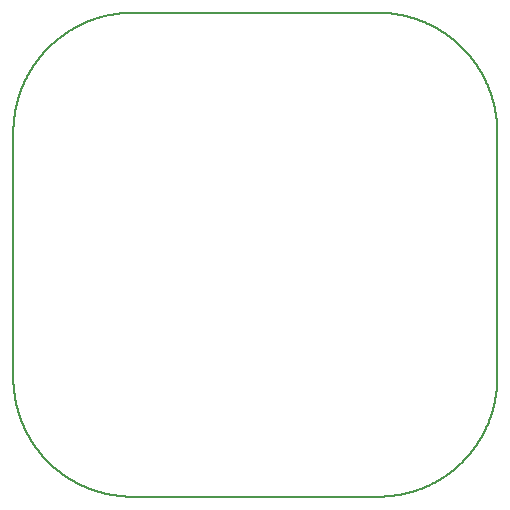
<source format=gm1>
G04 MADE WITH FRITZING*
G04 WWW.FRITZING.ORG*
G04 DOUBLE SIDED*
G04 HOLES PLATED*
G04 CONTOUR ON CENTER OF CONTOUR VECTOR*
%ASAXBY*%
%FSLAX23Y23*%
%MOIN*%
%OFA0B0*%
%SFA1.0B1.0*%
%ADD10C,0.008*%
%LNCONTOUR*%
G90*
G70*
G54D10*
X377Y1614D02*
X378Y1614D01*
X379Y1614D01*
X380Y1614D01*
X381Y1614D01*
X382Y1614D01*
X383Y1614D01*
X384Y1614D01*
X385Y1614D01*
X386Y1614D01*
X387Y1614D01*
X388Y1614D01*
X389Y1614D01*
X390Y1614D01*
X391Y1614D01*
X392Y1614D01*
X393Y1614D01*
X394Y1614D01*
X395Y1614D01*
X396Y1614D01*
X397Y1614D01*
X398Y1614D01*
X399Y1614D01*
X400Y1614D01*
X401Y1614D01*
X402Y1614D01*
X403Y1614D01*
X404Y1614D01*
X405Y1614D01*
X406Y1614D01*
X407Y1614D01*
X408Y1614D01*
X409Y1614D01*
X410Y1614D01*
X411Y1614D01*
X412Y1614D01*
X413Y1614D01*
X414Y1614D01*
X415Y1614D01*
X416Y1614D01*
X417Y1614D01*
X418Y1614D01*
X419Y1614D01*
X420Y1614D01*
X421Y1614D01*
X422Y1614D01*
X423Y1614D01*
X424Y1614D01*
X425Y1614D01*
X426Y1614D01*
X427Y1614D01*
X428Y1614D01*
X429Y1614D01*
X430Y1614D01*
X431Y1614D01*
X432Y1614D01*
X433Y1614D01*
X434Y1614D01*
X435Y1614D01*
X436Y1614D01*
X437Y1614D01*
X438Y1614D01*
X439Y1614D01*
X440Y1614D01*
X441Y1614D01*
X442Y1614D01*
X443Y1614D01*
X444Y1614D01*
X445Y1614D01*
X446Y1614D01*
X447Y1614D01*
X448Y1614D01*
X449Y1614D01*
X450Y1614D01*
X451Y1614D01*
X452Y1614D01*
X453Y1614D01*
X454Y1614D01*
X455Y1614D01*
X456Y1614D01*
X457Y1614D01*
X458Y1614D01*
X459Y1614D01*
X460Y1614D01*
X461Y1614D01*
X462Y1614D01*
X463Y1614D01*
X464Y1614D01*
X465Y1614D01*
X466Y1614D01*
X467Y1614D01*
X468Y1614D01*
X469Y1614D01*
X470Y1614D01*
X471Y1614D01*
X472Y1614D01*
X473Y1614D01*
X474Y1614D01*
X475Y1614D01*
X476Y1614D01*
X477Y1614D01*
X478Y1614D01*
X479Y1614D01*
X480Y1614D01*
X481Y1614D01*
X482Y1614D01*
X483Y1614D01*
X484Y1614D01*
X485Y1614D01*
X486Y1614D01*
X487Y1614D01*
X488Y1614D01*
X489Y1614D01*
X490Y1614D01*
X491Y1614D01*
X492Y1614D01*
X493Y1614D01*
X494Y1614D01*
X495Y1614D01*
X496Y1614D01*
X497Y1614D01*
X498Y1614D01*
X499Y1614D01*
X500Y1614D01*
X501Y1614D01*
X502Y1614D01*
X503Y1614D01*
X504Y1614D01*
X505Y1614D01*
X506Y1614D01*
X507Y1614D01*
X508Y1614D01*
X509Y1614D01*
X510Y1614D01*
X511Y1614D01*
X512Y1614D01*
X513Y1614D01*
X514Y1614D01*
X515Y1614D01*
X516Y1614D01*
X517Y1614D01*
X518Y1614D01*
X519Y1614D01*
X520Y1614D01*
X521Y1614D01*
X522Y1614D01*
X523Y1614D01*
X524Y1614D01*
X525Y1614D01*
X526Y1614D01*
X527Y1614D01*
X528Y1614D01*
X529Y1614D01*
X530Y1614D01*
X531Y1614D01*
X532Y1614D01*
X533Y1614D01*
X534Y1614D01*
X535Y1614D01*
X536Y1614D01*
X537Y1614D01*
X538Y1614D01*
X539Y1614D01*
X540Y1614D01*
X541Y1614D01*
X542Y1614D01*
X543Y1614D01*
X544Y1614D01*
X545Y1614D01*
X546Y1614D01*
X547Y1614D01*
X548Y1614D01*
X549Y1614D01*
X550Y1614D01*
X551Y1614D01*
X552Y1614D01*
X553Y1614D01*
X554Y1614D01*
X555Y1614D01*
X556Y1614D01*
X557Y1614D01*
X558Y1614D01*
X559Y1614D01*
X560Y1614D01*
X561Y1614D01*
X562Y1614D01*
X563Y1614D01*
X564Y1614D01*
X565Y1614D01*
X566Y1614D01*
X567Y1614D01*
X568Y1614D01*
X569Y1614D01*
X570Y1614D01*
X571Y1614D01*
X572Y1614D01*
X573Y1614D01*
X574Y1614D01*
X575Y1614D01*
X576Y1614D01*
X577Y1614D01*
X578Y1614D01*
X579Y1614D01*
X580Y1614D01*
X581Y1614D01*
X582Y1614D01*
X583Y1614D01*
X584Y1614D01*
X585Y1614D01*
X586Y1614D01*
X587Y1614D01*
X588Y1614D01*
X589Y1614D01*
X590Y1614D01*
X591Y1614D01*
X592Y1614D01*
X593Y1614D01*
X594Y1614D01*
X595Y1614D01*
X596Y1614D01*
X597Y1614D01*
X598Y1614D01*
X599Y1614D01*
X600Y1614D01*
X601Y1614D01*
X602Y1614D01*
X603Y1614D01*
X604Y1614D01*
X605Y1614D01*
X606Y1614D01*
X607Y1614D01*
X608Y1614D01*
X609Y1614D01*
X610Y1614D01*
X611Y1614D01*
X612Y1614D01*
X613Y1614D01*
X614Y1614D01*
X615Y1614D01*
X616Y1614D01*
X617Y1614D01*
X618Y1614D01*
X619Y1614D01*
X620Y1614D01*
X621Y1614D01*
X622Y1614D01*
X623Y1614D01*
X624Y1614D01*
X625Y1614D01*
X626Y1614D01*
X627Y1614D01*
X628Y1614D01*
X629Y1614D01*
X630Y1614D01*
X631Y1614D01*
X632Y1614D01*
X633Y1614D01*
X634Y1614D01*
X635Y1614D01*
X636Y1614D01*
X637Y1614D01*
X638Y1614D01*
X639Y1614D01*
X640Y1614D01*
X641Y1614D01*
X642Y1614D01*
X643Y1614D01*
X644Y1614D01*
X645Y1614D01*
X646Y1614D01*
X647Y1614D01*
X648Y1614D01*
X649Y1614D01*
X650Y1614D01*
X651Y1614D01*
X652Y1614D01*
X653Y1614D01*
X654Y1614D01*
X655Y1614D01*
X656Y1614D01*
X657Y1614D01*
X658Y1614D01*
X659Y1614D01*
X660Y1614D01*
X661Y1614D01*
X662Y1614D01*
X663Y1614D01*
X664Y1614D01*
X665Y1614D01*
X666Y1614D01*
X667Y1614D01*
X668Y1614D01*
X669Y1614D01*
X670Y1614D01*
X671Y1614D01*
X672Y1614D01*
X673Y1614D01*
X674Y1614D01*
X675Y1614D01*
X676Y1614D01*
X677Y1614D01*
X678Y1614D01*
X679Y1614D01*
X680Y1614D01*
X681Y1614D01*
X682Y1614D01*
X683Y1614D01*
X684Y1614D01*
X685Y1614D01*
X686Y1614D01*
X687Y1614D01*
X688Y1614D01*
X689Y1614D01*
X690Y1614D01*
X691Y1614D01*
X692Y1614D01*
X693Y1614D01*
X694Y1614D01*
X695Y1614D01*
X696Y1614D01*
X697Y1614D01*
X698Y1614D01*
X699Y1614D01*
X700Y1614D01*
X701Y1614D01*
X702Y1614D01*
X703Y1614D01*
X704Y1614D01*
X705Y1614D01*
X706Y1614D01*
X707Y1614D01*
X708Y1614D01*
X709Y1614D01*
X710Y1614D01*
X711Y1614D01*
X712Y1614D01*
X713Y1614D01*
X714Y1614D01*
X715Y1614D01*
X716Y1614D01*
X717Y1614D01*
X718Y1614D01*
X719Y1614D01*
X720Y1614D01*
X721Y1614D01*
X722Y1614D01*
X723Y1614D01*
X724Y1614D01*
X725Y1614D01*
X726Y1614D01*
X727Y1614D01*
X728Y1614D01*
X729Y1614D01*
X730Y1614D01*
X731Y1614D01*
X732Y1614D01*
X733Y1614D01*
X734Y1614D01*
X735Y1614D01*
X736Y1614D01*
X737Y1614D01*
X738Y1614D01*
X739Y1614D01*
X740Y1614D01*
X741Y1614D01*
X742Y1614D01*
X743Y1614D01*
X744Y1614D01*
X745Y1614D01*
X746Y1614D01*
X747Y1614D01*
X748Y1614D01*
X749Y1614D01*
X750Y1614D01*
X751Y1614D01*
X752Y1614D01*
X753Y1614D01*
X754Y1614D01*
X755Y1614D01*
X756Y1614D01*
X757Y1614D01*
X758Y1614D01*
X759Y1614D01*
X760Y1614D01*
X761Y1614D01*
X762Y1614D01*
X763Y1614D01*
X764Y1614D01*
X765Y1614D01*
X766Y1614D01*
X767Y1614D01*
X768Y1614D01*
X769Y1614D01*
X770Y1614D01*
X771Y1614D01*
X772Y1614D01*
X773Y1614D01*
X774Y1614D01*
X775Y1614D01*
X776Y1614D01*
X777Y1614D01*
X778Y1614D01*
X779Y1614D01*
X780Y1614D01*
X781Y1614D01*
X782Y1614D01*
X783Y1614D01*
X784Y1614D01*
X785Y1614D01*
X786Y1614D01*
X787Y1614D01*
X788Y1614D01*
X789Y1614D01*
X790Y1614D01*
X791Y1614D01*
X792Y1614D01*
X793Y1614D01*
X794Y1614D01*
X795Y1614D01*
X796Y1614D01*
X797Y1614D01*
X798Y1614D01*
X799Y1614D01*
X800Y1614D01*
X801Y1614D01*
X802Y1614D01*
X803Y1614D01*
X804Y1614D01*
X805Y1614D01*
X806Y1614D01*
X807Y1614D01*
X808Y1614D01*
X809Y1614D01*
X810Y1614D01*
X811Y1614D01*
X812Y1614D01*
X813Y1614D01*
X814Y1614D01*
X815Y1614D01*
X816Y1614D01*
X817Y1614D01*
X818Y1614D01*
X819Y1614D01*
X820Y1614D01*
X821Y1614D01*
X822Y1614D01*
X823Y1614D01*
X824Y1614D01*
X825Y1614D01*
X826Y1614D01*
X827Y1614D01*
X828Y1614D01*
X829Y1614D01*
X830Y1614D01*
X831Y1614D01*
X832Y1614D01*
X833Y1614D01*
X834Y1614D01*
X835Y1614D01*
X836Y1614D01*
X837Y1614D01*
X838Y1614D01*
X839Y1614D01*
X840Y1614D01*
X841Y1614D01*
X842Y1614D01*
X843Y1614D01*
X844Y1614D01*
X845Y1614D01*
X846Y1614D01*
X847Y1614D01*
X848Y1614D01*
X849Y1614D01*
X850Y1614D01*
X851Y1614D01*
X852Y1614D01*
X853Y1614D01*
X854Y1614D01*
X855Y1614D01*
X856Y1614D01*
X857Y1614D01*
X858Y1614D01*
X859Y1614D01*
X860Y1614D01*
X861Y1614D01*
X862Y1614D01*
X863Y1614D01*
X864Y1614D01*
X865Y1614D01*
X866Y1614D01*
X867Y1614D01*
X868Y1614D01*
X869Y1614D01*
X870Y1614D01*
X871Y1614D01*
X872Y1614D01*
X873Y1614D01*
X874Y1614D01*
X875Y1614D01*
X876Y1614D01*
X877Y1614D01*
X878Y1614D01*
X879Y1614D01*
X880Y1614D01*
X881Y1614D01*
X882Y1614D01*
X883Y1614D01*
X884Y1614D01*
X885Y1614D01*
X886Y1614D01*
X887Y1614D01*
X888Y1614D01*
X889Y1614D01*
X890Y1614D01*
X891Y1614D01*
X892Y1614D01*
X893Y1614D01*
X894Y1614D01*
X895Y1614D01*
X896Y1614D01*
X897Y1614D01*
X898Y1614D01*
X899Y1614D01*
X900Y1614D01*
X901Y1614D01*
X902Y1614D01*
X903Y1614D01*
X904Y1614D01*
X905Y1614D01*
X906Y1614D01*
X907Y1614D01*
X908Y1614D01*
X909Y1614D01*
X910Y1614D01*
X911Y1614D01*
X912Y1614D01*
X913Y1614D01*
X914Y1614D01*
X915Y1614D01*
X916Y1614D01*
X917Y1614D01*
X918Y1614D01*
X919Y1614D01*
X920Y1614D01*
X921Y1614D01*
X922Y1614D01*
X923Y1614D01*
X924Y1614D01*
X925Y1614D01*
X926Y1614D01*
X927Y1614D01*
X928Y1614D01*
X929Y1614D01*
X930Y1614D01*
X931Y1614D01*
X932Y1614D01*
X933Y1614D01*
X934Y1614D01*
X935Y1614D01*
X936Y1614D01*
X937Y1614D01*
X938Y1614D01*
X939Y1614D01*
X940Y1614D01*
X941Y1614D01*
X942Y1614D01*
X943Y1614D01*
X944Y1614D01*
X945Y1614D01*
X946Y1614D01*
X947Y1614D01*
X948Y1614D01*
X949Y1614D01*
X950Y1614D01*
X951Y1614D01*
X952Y1614D01*
X953Y1614D01*
X954Y1614D01*
X955Y1614D01*
X956Y1614D01*
X957Y1614D01*
X958Y1614D01*
X959Y1614D01*
X960Y1614D01*
X961Y1614D01*
X962Y1614D01*
X963Y1614D01*
X964Y1614D01*
X965Y1614D01*
X966Y1614D01*
X967Y1614D01*
X968Y1614D01*
X969Y1614D01*
X970Y1614D01*
X971Y1614D01*
X972Y1614D01*
X973Y1614D01*
X974Y1614D01*
X975Y1614D01*
X976Y1614D01*
X977Y1614D01*
X978Y1614D01*
X979Y1614D01*
X980Y1614D01*
X981Y1614D01*
X982Y1614D01*
X983Y1614D01*
X984Y1614D01*
X985Y1614D01*
X986Y1614D01*
X987Y1614D01*
X988Y1614D01*
X989Y1614D01*
X990Y1614D01*
X991Y1614D01*
X992Y1614D01*
X993Y1614D01*
X994Y1614D01*
X995Y1614D01*
X996Y1614D01*
X997Y1614D01*
X998Y1614D01*
X999Y1614D01*
X1000Y1614D01*
X1001Y1614D01*
X1002Y1614D01*
X1003Y1614D01*
X1004Y1614D01*
X1005Y1614D01*
X1006Y1614D01*
X1007Y1614D01*
X1008Y1614D01*
X1009Y1614D01*
X1010Y1614D01*
X1011Y1614D01*
X1012Y1614D01*
X1013Y1614D01*
X1014Y1614D01*
X1015Y1614D01*
X1016Y1614D01*
X1017Y1614D01*
X1018Y1614D01*
X1019Y1614D01*
X1020Y1614D01*
X1021Y1614D01*
X1022Y1614D01*
X1023Y1614D01*
X1024Y1614D01*
X1025Y1614D01*
X1026Y1614D01*
X1027Y1614D01*
X1028Y1614D01*
X1029Y1614D01*
X1030Y1614D01*
X1031Y1614D01*
X1032Y1614D01*
X1033Y1614D01*
X1034Y1614D01*
X1035Y1614D01*
X1036Y1614D01*
X1037Y1614D01*
X1038Y1614D01*
X1039Y1614D01*
X1040Y1614D01*
X1041Y1614D01*
X1042Y1614D01*
X1043Y1614D01*
X1044Y1614D01*
X1045Y1614D01*
X1046Y1614D01*
X1047Y1614D01*
X1048Y1614D01*
X1049Y1614D01*
X1050Y1614D01*
X1051Y1614D01*
X1052Y1614D01*
X1053Y1614D01*
X1054Y1614D01*
X1055Y1614D01*
X1056Y1614D01*
X1057Y1614D01*
X1058Y1614D01*
X1059Y1614D01*
X1060Y1614D01*
X1061Y1614D01*
X1062Y1614D01*
X1063Y1614D01*
X1064Y1614D01*
X1065Y1614D01*
X1066Y1614D01*
X1067Y1614D01*
X1068Y1614D01*
X1069Y1614D01*
X1070Y1614D01*
X1071Y1614D01*
X1072Y1614D01*
X1073Y1614D01*
X1074Y1614D01*
X1075Y1614D01*
X1076Y1614D01*
X1077Y1614D01*
X1078Y1614D01*
X1079Y1614D01*
X1080Y1614D01*
X1081Y1614D01*
X1082Y1614D01*
X1083Y1614D01*
X1084Y1614D01*
X1085Y1614D01*
X1086Y1614D01*
X1087Y1614D01*
X1088Y1614D01*
X1089Y1614D01*
X1090Y1614D01*
X1091Y1614D01*
X1092Y1614D01*
X1093Y1614D01*
X1094Y1614D01*
X1095Y1614D01*
X1096Y1614D01*
X1097Y1614D01*
X1098Y1614D01*
X1099Y1614D01*
X1100Y1614D01*
X1101Y1614D01*
X1102Y1614D01*
X1103Y1614D01*
X1104Y1614D01*
X1105Y1614D01*
X1106Y1614D01*
X1107Y1614D01*
X1108Y1614D01*
X1109Y1614D01*
X1110Y1614D01*
X1111Y1614D01*
X1112Y1614D01*
X1113Y1614D01*
X1114Y1614D01*
X1115Y1614D01*
X1116Y1614D01*
X1117Y1614D01*
X1118Y1614D01*
X1119Y1614D01*
X1120Y1614D01*
X1121Y1614D01*
X1122Y1614D01*
X1123Y1614D01*
X1124Y1614D01*
X1125Y1614D01*
X1126Y1614D01*
X1127Y1614D01*
X1128Y1614D01*
X1129Y1614D01*
X1130Y1614D01*
X1131Y1614D01*
X1132Y1614D01*
X1133Y1614D01*
X1134Y1614D01*
X1135Y1614D01*
X1136Y1614D01*
X1137Y1614D01*
X1138Y1614D01*
X1139Y1614D01*
X1140Y1614D01*
X1141Y1614D01*
X1142Y1614D01*
X1143Y1614D01*
X1144Y1614D01*
X1145Y1614D01*
X1146Y1614D01*
X1147Y1614D01*
X1148Y1614D01*
X1149Y1614D01*
X1150Y1614D01*
X1151Y1614D01*
X1152Y1614D01*
X1153Y1614D01*
X1154Y1614D01*
X1155Y1614D01*
X1156Y1614D01*
X1157Y1614D01*
X1158Y1614D01*
X1159Y1614D01*
X1160Y1614D01*
X1161Y1614D01*
X1162Y1614D01*
X1163Y1614D01*
X1164Y1614D01*
X1165Y1614D01*
X1166Y1614D01*
X1167Y1614D01*
X1168Y1614D01*
X1169Y1614D01*
X1170Y1614D01*
X1171Y1614D01*
X1172Y1614D01*
X1173Y1614D01*
X1174Y1614D01*
X1175Y1614D01*
X1176Y1614D01*
X1177Y1614D01*
X1178Y1614D01*
X1179Y1614D01*
X1180Y1614D01*
X1181Y1614D01*
X1182Y1614D01*
X1183Y1614D01*
X1184Y1614D01*
X1185Y1614D01*
X1186Y1614D01*
X1187Y1614D01*
X1188Y1614D01*
X1189Y1614D01*
X1190Y1614D01*
X1191Y1614D01*
X1192Y1614D01*
X1193Y1614D01*
X1194Y1614D01*
X1195Y1614D01*
X1196Y1614D01*
X1197Y1614D01*
X1198Y1614D01*
X1199Y1614D01*
X1200Y1614D01*
X1201Y1614D01*
X1202Y1614D01*
X1203Y1614D01*
X1204Y1614D01*
X1205Y1614D01*
X1206Y1614D01*
X1207Y1614D01*
X1208Y1614D01*
X1209Y1614D01*
X1210Y1614D01*
X1211Y1614D01*
X1212Y1614D01*
X1213Y1614D01*
X1214Y1614D01*
X1215Y1614D01*
X1216Y1614D01*
X1217Y1614D01*
X1218Y1614D01*
X1219Y1614D01*
X1220Y1614D01*
X1221Y1614D01*
X1222Y1614D01*
X1223Y1614D01*
X1224Y1614D01*
X1225Y1614D01*
X1226Y1614D01*
X1227Y1614D01*
X1228Y1614D01*
X1229Y1614D01*
X1230Y1614D01*
X1231Y1614D01*
X1232Y1614D01*
X1233Y1614D01*
X1234Y1614D01*
X1235Y1614D01*
X1236Y1614D01*
X1237Y1613D01*
X1238Y1613D01*
X1239Y1613D01*
X1240Y1613D01*
X1241Y1613D01*
X1242Y1613D01*
X1243Y1613D01*
X1244Y1613D01*
X1245Y1613D01*
X1246Y1613D01*
X1247Y1613D01*
X1248Y1613D01*
X1249Y1613D01*
X1250Y1613D01*
X1251Y1612D01*
X1252Y1612D01*
X1253Y1612D01*
X1254Y1612D01*
X1255Y1612D01*
X1256Y1612D01*
X1257Y1612D01*
X1258Y1612D01*
X1259Y1612D01*
X1260Y1612D01*
X1261Y1611D01*
X1262Y1611D01*
X1263Y1611D01*
X1264Y1611D01*
X1265Y1611D01*
X1266Y1611D01*
X1267Y1611D01*
X1268Y1611D01*
X1269Y1610D01*
X1270Y1610D01*
X1271Y1610D01*
X1272Y1610D01*
X1273Y1610D01*
X1274Y1610D01*
X1275Y1610D01*
X1276Y1609D01*
X1277Y1609D01*
X1278Y1609D01*
X1279Y1609D01*
X1280Y1609D01*
X1281Y1609D01*
X1282Y1608D01*
X1283Y1608D01*
X1284Y1608D01*
X1285Y1608D01*
X1286Y1608D01*
X1287Y1608D01*
X1288Y1607D01*
X1289Y1607D01*
X1290Y1607D01*
X1291Y1607D01*
X1292Y1607D01*
X1293Y1606D01*
X1294Y1606D01*
X1295Y1606D01*
X1296Y1606D01*
X1297Y1606D01*
X1298Y1605D01*
X1299Y1605D01*
X1300Y1605D01*
X1301Y1605D01*
X1302Y1605D01*
X1303Y1604D01*
X1304Y1604D01*
X1305Y1604D01*
X1306Y1604D01*
X1307Y1603D01*
X1308Y1603D01*
X1309Y1603D01*
X1310Y1603D01*
X1311Y1603D01*
X1312Y1602D01*
X1313Y1602D01*
X1314Y1602D01*
X1315Y1602D01*
X1316Y1601D01*
X1317Y1601D01*
X1318Y1601D01*
X1319Y1600D01*
X1320Y1600D01*
X1321Y1600D01*
X1322Y1600D01*
X1323Y1599D01*
X1324Y1599D01*
X1325Y1599D01*
X1326Y1599D01*
X1327Y1598D01*
X1328Y1598D01*
X1329Y1598D01*
X1330Y1597D01*
X1331Y1597D01*
X1332Y1597D01*
X1333Y1596D01*
X1334Y1596D01*
X1335Y1596D01*
X1336Y1595D01*
X1337Y1595D01*
X1338Y1595D01*
X1339Y1595D01*
X1340Y1594D01*
X1341Y1594D01*
X1342Y1594D01*
X1343Y1593D01*
X1344Y1593D01*
X1345Y1593D01*
X1346Y1592D01*
X1347Y1592D01*
X1348Y1591D01*
X1349Y1591D01*
X1350Y1591D01*
X1351Y1590D01*
X1352Y1590D01*
X1353Y1590D01*
X1354Y1589D01*
X1355Y1589D01*
X1356Y1588D01*
X1357Y1588D01*
X1358Y1588D01*
X1359Y1587D01*
X1360Y1587D01*
X1361Y1587D01*
X1362Y1586D01*
X1363Y1586D01*
X1364Y1585D01*
X1365Y1585D01*
X1366Y1585D01*
X1367Y1584D01*
X1368Y1584D01*
X1369Y1583D01*
X1370Y1583D01*
X1371Y1583D01*
X1372Y1582D01*
X1373Y1582D01*
X1374Y1581D01*
X1375Y1581D01*
X1376Y1580D01*
X1377Y1580D01*
X1378Y1579D01*
X1379Y1579D01*
X1380Y1578D01*
X1381Y1578D01*
X1382Y1578D01*
X1383Y1577D01*
X1384Y1577D01*
X1385Y1576D01*
X1386Y1576D01*
X1387Y1575D01*
X1388Y1575D01*
X1389Y1574D01*
X1390Y1574D01*
X1391Y1573D01*
X1392Y1573D01*
X1393Y1572D01*
X1394Y1572D01*
X1395Y1571D01*
X1396Y1571D01*
X1397Y1570D01*
X1398Y1570D01*
X1399Y1569D01*
X1400Y1569D01*
X1401Y1568D01*
X1402Y1568D01*
X1403Y1567D01*
X1404Y1567D01*
X1405Y1566D01*
X1406Y1566D01*
X1407Y1565D01*
X1408Y1565D01*
X1409Y1564D01*
X1410Y1563D01*
X1411Y1563D01*
X1412Y1562D01*
X1413Y1562D01*
X1414Y1561D01*
X1415Y1560D01*
X1416Y1560D01*
X1417Y1559D01*
X1418Y1559D01*
X1419Y1558D01*
X1420Y1558D01*
X1421Y1557D01*
X1422Y1556D01*
X1423Y1556D01*
X1424Y1555D01*
X1425Y1555D01*
X1426Y1554D01*
X1427Y1553D01*
X1428Y1553D01*
X1429Y1552D01*
X1430Y1551D01*
X1431Y1551D01*
X1432Y1550D01*
X1433Y1549D01*
X1434Y1549D01*
X1435Y1548D01*
X1436Y1548D01*
X1437Y1547D01*
X1438Y1546D01*
X1439Y1546D01*
X1440Y1545D01*
X1441Y1544D01*
X1442Y1543D01*
X1443Y1543D01*
X1444Y1542D01*
X1445Y1541D01*
X1446Y1541D01*
X1447Y1540D01*
X1448Y1539D01*
X1449Y1538D01*
X1450Y1538D01*
X1451Y1537D01*
X1452Y1536D01*
X1453Y1536D01*
X1454Y1535D01*
X1455Y1534D01*
X1456Y1533D01*
X1457Y1533D01*
X1458Y1532D01*
X1459Y1531D01*
X1460Y1530D01*
X1461Y1529D01*
X1462Y1529D01*
X1463Y1528D01*
X1464Y1527D01*
X1465Y1526D01*
X1466Y1525D01*
X1467Y1525D01*
X1468Y1524D01*
X1469Y1523D01*
X1470Y1522D01*
X1471Y1521D01*
X1472Y1521D01*
X1473Y1520D01*
X1474Y1519D01*
X1475Y1518D01*
X1476Y1517D01*
X1477Y1516D01*
X1478Y1515D01*
X1479Y1514D01*
X1480Y1514D01*
X1481Y1513D01*
X1482Y1512D01*
X1483Y1511D01*
X1484Y1510D01*
X1485Y1509D01*
X1486Y1508D01*
X1487Y1507D01*
X1488Y1506D01*
X1489Y1505D01*
X1490Y1504D01*
X1491Y1503D01*
X1492Y1502D01*
X1493Y1501D01*
X1494Y1501D01*
X1495Y1500D01*
X1496Y1499D01*
X1497Y1498D01*
X1498Y1497D01*
X1499Y1496D01*
X1500Y1495D01*
X1500Y1494D01*
X1501Y1493D01*
X1502Y1492D01*
X1503Y1491D01*
X1504Y1490D01*
X1505Y1489D01*
X1506Y1488D01*
X1507Y1487D01*
X1508Y1486D01*
X1509Y1485D01*
X1510Y1484D01*
X1511Y1483D01*
X1512Y1482D01*
X1513Y1481D01*
X1513Y1480D01*
X1514Y1479D01*
X1515Y1478D01*
X1516Y1477D01*
X1517Y1476D01*
X1518Y1475D01*
X1519Y1474D01*
X1519Y1473D01*
X1520Y1472D01*
X1521Y1471D01*
X1522Y1470D01*
X1523Y1469D01*
X1524Y1468D01*
X1524Y1467D01*
X1525Y1466D01*
X1526Y1465D01*
X1527Y1464D01*
X1528Y1463D01*
X1528Y1462D01*
X1529Y1461D01*
X1530Y1460D01*
X1531Y1459D01*
X1532Y1458D01*
X1532Y1457D01*
X1533Y1456D01*
X1534Y1455D01*
X1535Y1454D01*
X1535Y1453D01*
X1536Y1452D01*
X1537Y1451D01*
X1537Y1450D01*
X1538Y1449D01*
X1539Y1448D01*
X1540Y1447D01*
X1540Y1446D01*
X1541Y1445D01*
X1542Y1444D01*
X1542Y1443D01*
X1543Y1442D01*
X1544Y1441D01*
X1545Y1440D01*
X1545Y1439D01*
X1546Y1438D01*
X1547Y1437D01*
X1547Y1436D01*
X1548Y1435D01*
X1548Y1434D01*
X1549Y1433D01*
X1550Y1432D01*
X1550Y1431D01*
X1551Y1430D01*
X1552Y1429D01*
X1552Y1428D01*
X1553Y1427D01*
X1554Y1426D01*
X1554Y1425D01*
X1555Y1424D01*
X1555Y1423D01*
X1556Y1422D01*
X1557Y1421D01*
X1557Y1420D01*
X1558Y1419D01*
X1558Y1418D01*
X1559Y1417D01*
X1559Y1416D01*
X1560Y1415D01*
X1561Y1414D01*
X1561Y1413D01*
X1562Y1412D01*
X1562Y1411D01*
X1563Y1410D01*
X1564Y1409D01*
X1564Y1408D01*
X1565Y1407D01*
X1565Y1406D01*
X1566Y1405D01*
X1566Y1404D01*
X1567Y1403D01*
X1567Y1402D01*
X1568Y1401D01*
X1568Y1400D01*
X1569Y1399D01*
X1569Y1398D01*
X1570Y1397D01*
X1570Y1396D01*
X1571Y1395D01*
X1571Y1394D01*
X1572Y1393D01*
X1572Y1392D01*
X1573Y1391D01*
X1573Y1390D01*
X1574Y1389D01*
X1574Y1388D01*
X1575Y1387D01*
X1575Y1386D01*
X1576Y1385D01*
X1576Y1384D01*
X1577Y1383D01*
X1577Y1381D01*
X1578Y1380D01*
X1578Y1379D01*
X1579Y1378D01*
X1579Y1377D01*
X1580Y1376D01*
X1580Y1375D01*
X1581Y1374D01*
X1581Y1373D01*
X1582Y1372D01*
X1582Y1370D01*
X1583Y1369D01*
X1583Y1368D01*
X1584Y1367D01*
X1584Y1365D01*
X1585Y1364D01*
X1585Y1363D01*
X1586Y1362D01*
X1586Y1360D01*
X1587Y1359D01*
X1587Y1357D01*
X1588Y1356D01*
X1588Y1355D01*
X1589Y1354D01*
X1589Y1352D01*
X1590Y1351D01*
X1590Y1349D01*
X1591Y1348D01*
X1591Y1347D01*
X1592Y1346D01*
X1592Y1344D01*
X1593Y1343D01*
X1593Y1341D01*
X1594Y1340D01*
X1594Y1337D01*
X1595Y1336D01*
X1595Y1334D01*
X1596Y1333D01*
X1596Y1331D01*
X1597Y1330D01*
X1597Y1328D01*
X1598Y1327D01*
X1598Y1324D01*
X1599Y1323D01*
X1599Y1320D01*
X1600Y1319D01*
X1600Y1317D01*
X1601Y1316D01*
X1601Y1312D01*
X1602Y1311D01*
X1602Y1308D01*
X1603Y1307D01*
X1603Y1304D01*
X1604Y1303D01*
X1604Y1299D01*
X1605Y1298D01*
X1605Y1294D01*
X1606Y1293D01*
X1606Y1289D01*
X1607Y1288D01*
X1607Y1283D01*
X1608Y1282D01*
X1608Y1277D01*
X1609Y1276D01*
X1609Y1270D01*
X1610Y1269D01*
X1610Y1262D01*
X1611Y1261D01*
X1611Y1252D01*
X1612Y1251D01*
X1612Y1238D01*
X1613Y1237D01*
X1613Y378D01*
X1612Y377D01*
X1612Y364D01*
X1611Y363D01*
X1611Y354D01*
X1610Y353D01*
X1610Y346D01*
X1609Y345D01*
X1609Y339D01*
X1608Y338D01*
X1608Y333D01*
X1607Y332D01*
X1607Y327D01*
X1606Y326D01*
X1606Y322D01*
X1605Y321D01*
X1605Y317D01*
X1604Y316D01*
X1604Y312D01*
X1603Y311D01*
X1603Y308D01*
X1602Y307D01*
X1602Y304D01*
X1601Y303D01*
X1601Y299D01*
X1600Y298D01*
X1600Y296D01*
X1599Y295D01*
X1599Y292D01*
X1598Y291D01*
X1598Y288D01*
X1597Y287D01*
X1597Y285D01*
X1596Y284D01*
X1596Y282D01*
X1595Y281D01*
X1595Y279D01*
X1594Y278D01*
X1594Y275D01*
X1593Y274D01*
X1593Y272D01*
X1592Y271D01*
X1592Y269D01*
X1591Y268D01*
X1591Y267D01*
X1590Y266D01*
X1590Y264D01*
X1589Y263D01*
X1589Y261D01*
X1588Y260D01*
X1588Y259D01*
X1587Y258D01*
X1587Y256D01*
X1586Y255D01*
X1586Y253D01*
X1585Y252D01*
X1585Y251D01*
X1584Y250D01*
X1584Y248D01*
X1583Y247D01*
X1583Y246D01*
X1582Y245D01*
X1582Y243D01*
X1581Y242D01*
X1581Y241D01*
X1580Y240D01*
X1580Y239D01*
X1579Y238D01*
X1579Y237D01*
X1578Y236D01*
X1578Y235D01*
X1577Y234D01*
X1577Y232D01*
X1576Y231D01*
X1576Y230D01*
X1575Y229D01*
X1575Y228D01*
X1574Y227D01*
X1574Y226D01*
X1573Y225D01*
X1573Y224D01*
X1572Y223D01*
X1572Y222D01*
X1571Y221D01*
X1571Y220D01*
X1570Y219D01*
X1570Y218D01*
X1569Y217D01*
X1569Y216D01*
X1568Y215D01*
X1568Y214D01*
X1567Y213D01*
X1567Y212D01*
X1566Y211D01*
X1566Y210D01*
X1565Y209D01*
X1565Y208D01*
X1564Y207D01*
X1564Y206D01*
X1563Y205D01*
X1562Y204D01*
X1562Y203D01*
X1561Y202D01*
X1561Y201D01*
X1560Y200D01*
X1559Y199D01*
X1559Y198D01*
X1558Y197D01*
X1558Y196D01*
X1557Y195D01*
X1557Y194D01*
X1556Y193D01*
X1555Y192D01*
X1555Y191D01*
X1554Y190D01*
X1554Y189D01*
X1553Y188D01*
X1552Y187D01*
X1552Y186D01*
X1551Y185D01*
X1550Y184D01*
X1550Y183D01*
X1549Y182D01*
X1548Y181D01*
X1548Y180D01*
X1547Y179D01*
X1547Y178D01*
X1546Y177D01*
X1545Y176D01*
X1545Y175D01*
X1544Y174D01*
X1543Y173D01*
X1542Y172D01*
X1542Y171D01*
X1541Y170D01*
X1540Y169D01*
X1540Y168D01*
X1539Y167D01*
X1538Y166D01*
X1537Y165D01*
X1537Y164D01*
X1536Y163D01*
X1535Y162D01*
X1535Y161D01*
X1534Y160D01*
X1533Y159D01*
X1532Y158D01*
X1532Y157D01*
X1531Y156D01*
X1530Y155D01*
X1529Y154D01*
X1528Y153D01*
X1528Y152D01*
X1527Y151D01*
X1526Y150D01*
X1525Y149D01*
X1524Y148D01*
X1524Y147D01*
X1523Y146D01*
X1522Y145D01*
X1521Y144D01*
X1520Y143D01*
X1519Y142D01*
X1519Y141D01*
X1518Y140D01*
X1517Y139D01*
X1516Y138D01*
X1515Y137D01*
X1514Y136D01*
X1513Y135D01*
X1513Y134D01*
X1512Y133D01*
X1511Y132D01*
X1510Y131D01*
X1509Y130D01*
X1508Y129D01*
X1507Y128D01*
X1506Y127D01*
X1505Y126D01*
X1504Y125D01*
X1503Y124D01*
X1502Y123D01*
X1501Y122D01*
X1500Y121D01*
X1500Y120D01*
X1499Y119D01*
X1498Y118D01*
X1497Y117D01*
X1496Y116D01*
X1495Y115D01*
X1494Y114D01*
X1493Y114D01*
X1492Y113D01*
X1491Y112D01*
X1490Y111D01*
X1489Y110D01*
X1488Y109D01*
X1487Y108D01*
X1486Y107D01*
X1485Y106D01*
X1484Y105D01*
X1483Y104D01*
X1482Y103D01*
X1481Y102D01*
X1480Y101D01*
X1479Y101D01*
X1478Y100D01*
X1477Y99D01*
X1476Y98D01*
X1475Y97D01*
X1474Y96D01*
X1473Y95D01*
X1472Y95D01*
X1471Y94D01*
X1470Y93D01*
X1469Y92D01*
X1468Y91D01*
X1467Y90D01*
X1466Y90D01*
X1465Y89D01*
X1464Y88D01*
X1463Y87D01*
X1462Y86D01*
X1461Y86D01*
X1460Y85D01*
X1459Y84D01*
X1458Y83D01*
X1457Y82D01*
X1456Y82D01*
X1455Y81D01*
X1454Y80D01*
X1453Y79D01*
X1452Y79D01*
X1451Y78D01*
X1450Y77D01*
X1449Y77D01*
X1448Y76D01*
X1447Y75D01*
X1446Y74D01*
X1445Y74D01*
X1444Y73D01*
X1443Y72D01*
X1442Y72D01*
X1441Y71D01*
X1440Y70D01*
X1439Y69D01*
X1438Y69D01*
X1437Y68D01*
X1436Y67D01*
X1435Y67D01*
X1434Y66D01*
X1433Y66D01*
X1432Y65D01*
X1431Y64D01*
X1430Y64D01*
X1429Y63D01*
X1428Y62D01*
X1427Y62D01*
X1426Y61D01*
X1425Y60D01*
X1424Y60D01*
X1423Y59D01*
X1422Y59D01*
X1421Y58D01*
X1420Y57D01*
X1419Y57D01*
X1418Y56D01*
X1417Y56D01*
X1416Y55D01*
X1415Y55D01*
X1414Y54D01*
X1413Y53D01*
X1412Y53D01*
X1411Y52D01*
X1410Y52D01*
X1409Y51D01*
X1408Y50D01*
X1407Y50D01*
X1406Y49D01*
X1405Y49D01*
X1404Y48D01*
X1403Y48D01*
X1402Y47D01*
X1401Y47D01*
X1400Y46D01*
X1399Y46D01*
X1398Y45D01*
X1397Y45D01*
X1396Y44D01*
X1395Y44D01*
X1394Y43D01*
X1393Y43D01*
X1392Y42D01*
X1391Y42D01*
X1390Y41D01*
X1389Y41D01*
X1388Y40D01*
X1387Y40D01*
X1386Y39D01*
X1385Y39D01*
X1384Y38D01*
X1383Y38D01*
X1382Y37D01*
X1381Y37D01*
X1380Y37D01*
X1379Y36D01*
X1378Y36D01*
X1377Y35D01*
X1376Y35D01*
X1375Y34D01*
X1374Y34D01*
X1373Y33D01*
X1372Y33D01*
X1371Y32D01*
X1370Y32D01*
X1369Y32D01*
X1368Y31D01*
X1367Y31D01*
X1366Y30D01*
X1365Y30D01*
X1364Y30D01*
X1363Y29D01*
X1362Y29D01*
X1361Y28D01*
X1360Y28D01*
X1359Y28D01*
X1358Y27D01*
X1357Y27D01*
X1356Y27D01*
X1355Y26D01*
X1354Y26D01*
X1353Y25D01*
X1352Y25D01*
X1351Y25D01*
X1350Y24D01*
X1349Y24D01*
X1348Y24D01*
X1347Y23D01*
X1346Y23D01*
X1345Y22D01*
X1344Y22D01*
X1343Y22D01*
X1342Y21D01*
X1341Y21D01*
X1340Y21D01*
X1339Y20D01*
X1338Y20D01*
X1337Y20D01*
X1336Y20D01*
X1335Y19D01*
X1334Y19D01*
X1333Y19D01*
X1332Y18D01*
X1331Y18D01*
X1330Y18D01*
X1329Y17D01*
X1328Y17D01*
X1327Y17D01*
X1326Y16D01*
X1325Y16D01*
X1324Y16D01*
X1323Y16D01*
X1322Y15D01*
X1321Y15D01*
X1320Y15D01*
X1319Y15D01*
X1318Y14D01*
X1317Y14D01*
X1316Y14D01*
X1315Y13D01*
X1314Y13D01*
X1313Y13D01*
X1312Y13D01*
X1311Y13D01*
X1310Y12D01*
X1309Y12D01*
X1308Y12D01*
X1307Y12D01*
X1306Y11D01*
X1305Y11D01*
X1304Y11D01*
X1303Y11D01*
X1302Y10D01*
X1301Y10D01*
X1300Y10D01*
X1299Y10D01*
X1298Y10D01*
X1297Y9D01*
X1296Y9D01*
X1295Y9D01*
X1294Y9D01*
X1293Y9D01*
X1292Y8D01*
X1291Y8D01*
X1290Y8D01*
X1289Y8D01*
X1288Y8D01*
X1287Y7D01*
X1286Y7D01*
X1285Y7D01*
X1284Y7D01*
X1283Y7D01*
X1282Y7D01*
X1281Y6D01*
X1280Y6D01*
X1279Y6D01*
X1278Y6D01*
X1277Y6D01*
X1276Y6D01*
X1275Y5D01*
X1274Y5D01*
X1273Y5D01*
X1272Y5D01*
X1271Y5D01*
X1270Y5D01*
X1269Y5D01*
X1268Y4D01*
X1267Y4D01*
X1266Y4D01*
X1265Y4D01*
X1264Y4D01*
X1263Y4D01*
X1262Y4D01*
X1261Y4D01*
X1260Y3D01*
X1259Y3D01*
X1258Y3D01*
X1257Y3D01*
X1256Y3D01*
X1255Y3D01*
X1254Y3D01*
X1253Y3D01*
X1252Y3D01*
X1251Y3D01*
X1250Y2D01*
X1249Y2D01*
X1248Y2D01*
X1247Y2D01*
X1246Y2D01*
X1245Y2D01*
X1244Y2D01*
X1243Y2D01*
X1242Y2D01*
X1241Y2D01*
X1240Y2D01*
X1239Y2D01*
X1238Y2D01*
X1237Y2D01*
X1236Y1D01*
X1235Y1D01*
X1234Y1D01*
X1233Y1D01*
X1232Y1D01*
X1231Y1D01*
X1230Y1D01*
X1229Y1D01*
X1228Y1D01*
X1227Y1D01*
X1226Y1D01*
X1225Y1D01*
X1224Y1D01*
X1223Y1D01*
X1222Y1D01*
X1221Y1D01*
X1220Y1D01*
X1219Y1D01*
X1218Y1D01*
X1217Y1D01*
X1216Y1D01*
X1215Y1D01*
X1214Y1D01*
X1213Y1D01*
X1212Y1D01*
X1211Y1D01*
X1210Y1D01*
X1209Y1D01*
X1208Y1D01*
X1207Y1D01*
X1206Y1D01*
X1205Y1D01*
X1204Y1D01*
X1203Y1D01*
X1202Y1D01*
X1201Y1D01*
X1200Y1D01*
X1199Y1D01*
X1198Y1D01*
X1197Y1D01*
X1196Y1D01*
X1195Y1D01*
X1194Y1D01*
X1193Y1D01*
X1192Y1D01*
X1191Y1D01*
X1190Y1D01*
X1189Y1D01*
X1188Y1D01*
X1187Y1D01*
X1186Y1D01*
X1185Y1D01*
X1184Y1D01*
X1183Y1D01*
X1182Y1D01*
X1181Y1D01*
X1180Y1D01*
X1179Y1D01*
X1178Y1D01*
X1177Y1D01*
X1176Y1D01*
X1175Y1D01*
X1174Y1D01*
X1173Y1D01*
X1172Y1D01*
X1171Y1D01*
X1170Y1D01*
X1169Y1D01*
X1168Y1D01*
X1167Y1D01*
X1166Y1D01*
X1165Y1D01*
X1164Y1D01*
X1163Y1D01*
X1162Y1D01*
X1161Y1D01*
X1160Y1D01*
X1159Y1D01*
X1158Y1D01*
X1157Y1D01*
X1156Y1D01*
X1155Y1D01*
X1154Y1D01*
X1153Y1D01*
X1152Y1D01*
X1151Y1D01*
X1150Y1D01*
X1149Y1D01*
X1148Y1D01*
X1147Y1D01*
X1146Y1D01*
X1145Y1D01*
X1144Y1D01*
X1143Y1D01*
X1142Y1D01*
X1141Y1D01*
X1140Y1D01*
X1139Y1D01*
X1138Y1D01*
X1137Y1D01*
X1136Y1D01*
X1135Y1D01*
X1134Y1D01*
X1133Y1D01*
X1132Y1D01*
X1131Y1D01*
X1130Y1D01*
X1129Y1D01*
X1128Y1D01*
X1127Y1D01*
X1126Y1D01*
X1125Y1D01*
X1124Y1D01*
X1123Y1D01*
X1122Y1D01*
X1121Y1D01*
X1120Y1D01*
X1119Y1D01*
X1118Y1D01*
X1117Y1D01*
X1116Y1D01*
X1115Y1D01*
X1114Y1D01*
X1113Y1D01*
X1112Y1D01*
X1111Y1D01*
X1110Y1D01*
X1109Y1D01*
X1108Y1D01*
X1107Y1D01*
X1106Y1D01*
X1105Y1D01*
X1104Y1D01*
X1103Y1D01*
X1102Y1D01*
X1101Y1D01*
X1100Y1D01*
X1099Y1D01*
X1098Y1D01*
X1097Y1D01*
X1096Y1D01*
X1095Y1D01*
X1094Y1D01*
X1093Y1D01*
X1092Y1D01*
X1091Y1D01*
X1090Y1D01*
X1089Y1D01*
X1088Y1D01*
X1087Y1D01*
X1086Y1D01*
X1085Y1D01*
X1084Y1D01*
X1083Y1D01*
X1082Y1D01*
X1081Y1D01*
X1080Y1D01*
X1079Y1D01*
X1078Y1D01*
X1077Y1D01*
X1076Y1D01*
X1075Y1D01*
X1074Y1D01*
X1073Y1D01*
X1072Y1D01*
X1071Y1D01*
X1070Y1D01*
X1069Y1D01*
X1068Y1D01*
X1067Y1D01*
X1066Y1D01*
X1065Y1D01*
X1064Y1D01*
X1063Y1D01*
X1062Y1D01*
X1061Y1D01*
X1060Y1D01*
X1059Y1D01*
X1058Y1D01*
X1057Y1D01*
X1056Y1D01*
X1055Y1D01*
X1054Y1D01*
X1053Y1D01*
X1052Y1D01*
X1051Y1D01*
X1050Y1D01*
X1049Y1D01*
X1048Y1D01*
X1047Y1D01*
X1046Y1D01*
X1045Y1D01*
X1044Y1D01*
X1043Y1D01*
X1042Y1D01*
X1041Y1D01*
X1040Y1D01*
X1039Y1D01*
X1038Y1D01*
X1037Y1D01*
X1036Y1D01*
X1035Y1D01*
X1034Y1D01*
X1033Y1D01*
X1032Y1D01*
X1031Y1D01*
X1030Y1D01*
X1029Y1D01*
X1028Y1D01*
X1027Y1D01*
X1026Y1D01*
X1025Y1D01*
X1024Y1D01*
X1023Y1D01*
X1022Y1D01*
X1021Y1D01*
X1020Y1D01*
X1019Y1D01*
X1018Y1D01*
X1017Y1D01*
X1016Y1D01*
X1015Y1D01*
X1014Y1D01*
X1013Y1D01*
X1012Y1D01*
X1011Y1D01*
X1010Y1D01*
X1009Y1D01*
X1008Y1D01*
X1007Y1D01*
X1006Y1D01*
X1005Y1D01*
X1004Y1D01*
X1003Y1D01*
X1002Y1D01*
X1001Y1D01*
X1000Y1D01*
X999Y1D01*
X998Y1D01*
X997Y1D01*
X996Y1D01*
X995Y1D01*
X994Y1D01*
X993Y1D01*
X992Y1D01*
X991Y1D01*
X990Y1D01*
X989Y1D01*
X988Y1D01*
X987Y1D01*
X986Y1D01*
X985Y1D01*
X984Y1D01*
X983Y1D01*
X982Y1D01*
X981Y1D01*
X980Y1D01*
X979Y1D01*
X978Y1D01*
X977Y1D01*
X976Y1D01*
X975Y1D01*
X974Y1D01*
X973Y1D01*
X972Y1D01*
X971Y1D01*
X970Y1D01*
X969Y1D01*
X968Y1D01*
X967Y1D01*
X966Y1D01*
X965Y1D01*
X964Y1D01*
X963Y1D01*
X962Y1D01*
X961Y1D01*
X960Y1D01*
X959Y1D01*
X958Y1D01*
X957Y1D01*
X956Y1D01*
X955Y1D01*
X954Y1D01*
X953Y1D01*
X952Y1D01*
X951Y1D01*
X950Y1D01*
X949Y1D01*
X948Y1D01*
X947Y1D01*
X946Y1D01*
X945Y1D01*
X944Y1D01*
X943Y1D01*
X942Y1D01*
X941Y1D01*
X940Y1D01*
X939Y1D01*
X938Y1D01*
X937Y1D01*
X936Y1D01*
X935Y1D01*
X934Y1D01*
X933Y1D01*
X932Y1D01*
X931Y1D01*
X930Y1D01*
X929Y1D01*
X928Y1D01*
X927Y1D01*
X926Y1D01*
X925Y1D01*
X924Y1D01*
X923Y1D01*
X922Y1D01*
X921Y1D01*
X920Y1D01*
X919Y1D01*
X918Y1D01*
X917Y1D01*
X916Y1D01*
X915Y1D01*
X914Y1D01*
X913Y1D01*
X912Y1D01*
X911Y1D01*
X910Y1D01*
X909Y1D01*
X908Y1D01*
X907Y1D01*
X906Y1D01*
X905Y1D01*
X904Y1D01*
X903Y1D01*
X902Y1D01*
X901Y1D01*
X900Y1D01*
X899Y1D01*
X898Y1D01*
X897Y1D01*
X896Y1D01*
X895Y1D01*
X894Y1D01*
X893Y1D01*
X892Y1D01*
X891Y1D01*
X890Y1D01*
X889Y1D01*
X888Y1D01*
X887Y1D01*
X886Y1D01*
X885Y1D01*
X884Y1D01*
X883Y1D01*
X882Y1D01*
X881Y1D01*
X880Y1D01*
X879Y1D01*
X878Y1D01*
X877Y1D01*
X876Y1D01*
X875Y1D01*
X874Y1D01*
X873Y1D01*
X872Y1D01*
X871Y1D01*
X870Y1D01*
X869Y1D01*
X868Y1D01*
X867Y1D01*
X866Y1D01*
X865Y1D01*
X864Y1D01*
X863Y1D01*
X862Y1D01*
X861Y1D01*
X860Y1D01*
X859Y1D01*
X858Y1D01*
X857Y1D01*
X856Y1D01*
X855Y1D01*
X854Y1D01*
X853Y1D01*
X852Y1D01*
X851Y1D01*
X850Y1D01*
X849Y1D01*
X848Y1D01*
X847Y1D01*
X846Y1D01*
X845Y1D01*
X844Y1D01*
X843Y1D01*
X842Y1D01*
X841Y1D01*
X840Y1D01*
X839Y1D01*
X838Y1D01*
X837Y1D01*
X836Y1D01*
X835Y1D01*
X834Y1D01*
X833Y1D01*
X832Y1D01*
X831Y1D01*
X830Y1D01*
X829Y1D01*
X828Y1D01*
X827Y1D01*
X826Y1D01*
X825Y1D01*
X824Y1D01*
X823Y1D01*
X822Y1D01*
X821Y1D01*
X820Y1D01*
X819Y1D01*
X818Y1D01*
X817Y1D01*
X816Y1D01*
X815Y1D01*
X814Y1D01*
X813Y1D01*
X812Y1D01*
X811Y1D01*
X810Y1D01*
X809Y1D01*
X808Y1D01*
X807Y1D01*
X806Y1D01*
X805Y1D01*
X804Y1D01*
X803Y1D01*
X802Y1D01*
X801Y1D01*
X800Y1D01*
X799Y1D01*
X798Y1D01*
X797Y1D01*
X796Y1D01*
X795Y1D01*
X794Y1D01*
X793Y1D01*
X792Y1D01*
X791Y1D01*
X790Y1D01*
X789Y1D01*
X788Y1D01*
X787Y1D01*
X786Y1D01*
X785Y1D01*
X784Y1D01*
X783Y1D01*
X782Y1D01*
X781Y1D01*
X780Y1D01*
X779Y1D01*
X778Y1D01*
X777Y1D01*
X776Y1D01*
X775Y1D01*
X774Y1D01*
X773Y1D01*
X772Y1D01*
X771Y1D01*
X770Y1D01*
X769Y1D01*
X768Y1D01*
X767Y1D01*
X766Y1D01*
X765Y1D01*
X764Y1D01*
X763Y1D01*
X762Y1D01*
X761Y1D01*
X760Y1D01*
X759Y1D01*
X758Y1D01*
X757Y1D01*
X756Y1D01*
X755Y1D01*
X754Y1D01*
X753Y1D01*
X752Y1D01*
X751Y1D01*
X750Y1D01*
X749Y1D01*
X748Y1D01*
X747Y1D01*
X746Y1D01*
X745Y1D01*
X744Y1D01*
X743Y1D01*
X742Y1D01*
X741Y1D01*
X740Y1D01*
X739Y1D01*
X738Y1D01*
X737Y1D01*
X736Y1D01*
X735Y1D01*
X734Y1D01*
X733Y1D01*
X732Y1D01*
X731Y1D01*
X730Y1D01*
X729Y1D01*
X728Y1D01*
X727Y1D01*
X726Y1D01*
X725Y1D01*
X724Y1D01*
X723Y1D01*
X722Y1D01*
X721Y1D01*
X720Y1D01*
X719Y1D01*
X718Y1D01*
X717Y1D01*
X716Y1D01*
X715Y1D01*
X714Y1D01*
X713Y1D01*
X712Y1D01*
X711Y1D01*
X710Y1D01*
X709Y1D01*
X708Y1D01*
X707Y1D01*
X706Y1D01*
X705Y1D01*
X704Y1D01*
X703Y1D01*
X702Y1D01*
X701Y1D01*
X700Y1D01*
X699Y1D01*
X698Y1D01*
X697Y1D01*
X696Y1D01*
X695Y1D01*
X694Y1D01*
X693Y1D01*
X692Y1D01*
X691Y1D01*
X690Y1D01*
X689Y1D01*
X688Y1D01*
X687Y1D01*
X686Y1D01*
X685Y1D01*
X684Y1D01*
X683Y1D01*
X682Y1D01*
X681Y1D01*
X680Y1D01*
X679Y1D01*
X678Y1D01*
X677Y1D01*
X676Y1D01*
X675Y1D01*
X674Y1D01*
X673Y1D01*
X672Y1D01*
X671Y1D01*
X670Y1D01*
X669Y1D01*
X668Y1D01*
X667Y1D01*
X666Y1D01*
X665Y1D01*
X664Y1D01*
X663Y1D01*
X662Y1D01*
X661Y1D01*
X660Y1D01*
X659Y1D01*
X658Y1D01*
X657Y1D01*
X656Y1D01*
X655Y1D01*
X654Y1D01*
X653Y1D01*
X652Y1D01*
X651Y1D01*
X650Y1D01*
X649Y1D01*
X648Y1D01*
X647Y1D01*
X646Y1D01*
X645Y1D01*
X644Y1D01*
X643Y1D01*
X642Y1D01*
X641Y1D01*
X640Y1D01*
X639Y1D01*
X638Y1D01*
X637Y1D01*
X636Y1D01*
X635Y1D01*
X634Y1D01*
X633Y1D01*
X632Y1D01*
X631Y1D01*
X630Y1D01*
X629Y1D01*
X628Y1D01*
X627Y1D01*
X626Y1D01*
X625Y1D01*
X624Y1D01*
X623Y1D01*
X622Y1D01*
X621Y1D01*
X620Y1D01*
X619Y1D01*
X618Y1D01*
X617Y1D01*
X616Y1D01*
X615Y1D01*
X614Y1D01*
X613Y1D01*
X612Y1D01*
X611Y1D01*
X610Y1D01*
X609Y1D01*
X608Y1D01*
X607Y1D01*
X606Y1D01*
X605Y1D01*
X604Y1D01*
X603Y1D01*
X602Y1D01*
X601Y1D01*
X600Y1D01*
X599Y1D01*
X598Y1D01*
X597Y1D01*
X596Y1D01*
X595Y1D01*
X594Y1D01*
X593Y1D01*
X592Y1D01*
X591Y1D01*
X590Y1D01*
X589Y1D01*
X588Y1D01*
X587Y1D01*
X586Y1D01*
X585Y1D01*
X584Y1D01*
X583Y1D01*
X582Y1D01*
X581Y1D01*
X580Y1D01*
X579Y1D01*
X578Y1D01*
X577Y1D01*
X576Y1D01*
X575Y1D01*
X574Y1D01*
X573Y1D01*
X572Y1D01*
X571Y1D01*
X570Y1D01*
X569Y1D01*
X568Y1D01*
X567Y1D01*
X566Y1D01*
X565Y1D01*
X564Y1D01*
X563Y1D01*
X562Y1D01*
X561Y1D01*
X560Y1D01*
X559Y1D01*
X558Y1D01*
X557Y1D01*
X556Y1D01*
X555Y1D01*
X554Y1D01*
X553Y1D01*
X552Y1D01*
X551Y1D01*
X550Y1D01*
X549Y1D01*
X548Y1D01*
X547Y1D01*
X546Y1D01*
X545Y1D01*
X544Y1D01*
X543Y1D01*
X542Y1D01*
X541Y1D01*
X540Y1D01*
X539Y1D01*
X538Y1D01*
X537Y1D01*
X536Y1D01*
X535Y1D01*
X534Y1D01*
X533Y1D01*
X532Y1D01*
X531Y1D01*
X530Y1D01*
X529Y1D01*
X528Y1D01*
X527Y1D01*
X526Y1D01*
X525Y1D01*
X524Y1D01*
X523Y1D01*
X522Y1D01*
X521Y1D01*
X520Y1D01*
X519Y1D01*
X518Y1D01*
X517Y1D01*
X516Y1D01*
X515Y1D01*
X514Y1D01*
X513Y1D01*
X512Y1D01*
X511Y1D01*
X510Y1D01*
X509Y1D01*
X508Y1D01*
X507Y1D01*
X506Y1D01*
X505Y1D01*
X504Y1D01*
X503Y1D01*
X502Y1D01*
X501Y1D01*
X500Y1D01*
X499Y1D01*
X498Y1D01*
X497Y1D01*
X496Y1D01*
X495Y1D01*
X494Y1D01*
X493Y1D01*
X492Y1D01*
X491Y1D01*
X490Y1D01*
X489Y1D01*
X488Y1D01*
X487Y1D01*
X486Y1D01*
X485Y1D01*
X484Y1D01*
X483Y1D01*
X482Y1D01*
X481Y1D01*
X480Y1D01*
X479Y1D01*
X478Y1D01*
X477Y1D01*
X476Y1D01*
X475Y1D01*
X474Y1D01*
X473Y1D01*
X472Y1D01*
X471Y1D01*
X470Y1D01*
X469Y1D01*
X468Y1D01*
X467Y1D01*
X466Y1D01*
X465Y1D01*
X464Y1D01*
X463Y1D01*
X462Y1D01*
X461Y1D01*
X460Y1D01*
X459Y1D01*
X458Y1D01*
X457Y1D01*
X456Y1D01*
X455Y1D01*
X454Y1D01*
X453Y1D01*
X452Y1D01*
X451Y1D01*
X450Y1D01*
X449Y1D01*
X448Y1D01*
X447Y1D01*
X446Y1D01*
X445Y1D01*
X444Y1D01*
X443Y1D01*
X442Y1D01*
X441Y1D01*
X440Y1D01*
X439Y1D01*
X438Y1D01*
X437Y1D01*
X436Y1D01*
X435Y1D01*
X434Y1D01*
X433Y1D01*
X432Y1D01*
X431Y1D01*
X430Y1D01*
X429Y1D01*
X428Y1D01*
X427Y1D01*
X426Y1D01*
X425Y1D01*
X424Y1D01*
X423Y1D01*
X422Y1D01*
X421Y1D01*
X420Y1D01*
X419Y1D01*
X418Y1D01*
X417Y1D01*
X416Y1D01*
X415Y1D01*
X414Y1D01*
X413Y1D01*
X412Y1D01*
X411Y1D01*
X410Y1D01*
X409Y1D01*
X408Y1D01*
X407Y1D01*
X406Y1D01*
X405Y1D01*
X404Y1D01*
X403Y1D01*
X402Y1D01*
X401Y1D01*
X400Y1D01*
X399Y1D01*
X398Y1D01*
X397Y1D01*
X396Y1D01*
X395Y1D01*
X394Y1D01*
X393Y1D01*
X392Y1D01*
X391Y1D01*
X390Y1D01*
X389Y1D01*
X388Y1D01*
X387Y1D01*
X386Y1D01*
X385Y1D01*
X384Y1D01*
X383Y1D01*
X382Y1D01*
X381Y1D01*
X380Y1D01*
X379Y1D01*
X378Y1D01*
X377Y1D01*
X376Y2D01*
X375Y2D01*
X374Y2D01*
X373Y2D01*
X372Y2D01*
X371Y2D01*
X370Y2D01*
X369Y2D01*
X368Y2D01*
X367Y2D01*
X366Y2D01*
X365Y2D01*
X364Y2D01*
X363Y2D01*
X362Y3D01*
X361Y3D01*
X360Y3D01*
X359Y3D01*
X358Y3D01*
X357Y3D01*
X356Y3D01*
X355Y3D01*
X354Y3D01*
X353Y3D01*
X352Y4D01*
X351Y4D01*
X350Y4D01*
X349Y4D01*
X348Y4D01*
X347Y4D01*
X346Y4D01*
X345Y4D01*
X344Y5D01*
X343Y5D01*
X342Y5D01*
X341Y5D01*
X340Y5D01*
X339Y5D01*
X338Y5D01*
X337Y6D01*
X336Y6D01*
X335Y6D01*
X334Y6D01*
X333Y6D01*
X332Y6D01*
X331Y7D01*
X330Y7D01*
X329Y7D01*
X328Y7D01*
X327Y7D01*
X326Y7D01*
X325Y8D01*
X324Y8D01*
X323Y8D01*
X322Y8D01*
X321Y8D01*
X320Y9D01*
X319Y9D01*
X318Y9D01*
X317Y9D01*
X316Y9D01*
X315Y10D01*
X314Y10D01*
X313Y10D01*
X312Y10D01*
X311Y10D01*
X310Y11D01*
X309Y11D01*
X308Y11D01*
X307Y11D01*
X306Y12D01*
X305Y12D01*
X304Y12D01*
X303Y12D01*
X302Y13D01*
X301Y13D01*
X300Y13D01*
X299Y13D01*
X298Y13D01*
X297Y14D01*
X296Y14D01*
X295Y14D01*
X294Y15D01*
X293Y15D01*
X292Y15D01*
X291Y15D01*
X290Y16D01*
X289Y16D01*
X288Y16D01*
X287Y16D01*
X286Y17D01*
X285Y17D01*
X284Y17D01*
X283Y18D01*
X282Y18D01*
X281Y18D01*
X280Y19D01*
X279Y19D01*
X278Y19D01*
X277Y20D01*
X276Y20D01*
X275Y20D01*
X274Y20D01*
X273Y21D01*
X272Y21D01*
X271Y21D01*
X270Y22D01*
X269Y22D01*
X268Y22D01*
X267Y23D01*
X266Y23D01*
X265Y24D01*
X264Y24D01*
X263Y24D01*
X262Y25D01*
X261Y25D01*
X260Y25D01*
X259Y26D01*
X258Y26D01*
X257Y27D01*
X256Y27D01*
X255Y27D01*
X254Y28D01*
X253Y28D01*
X252Y28D01*
X251Y29D01*
X250Y29D01*
X249Y30D01*
X248Y30D01*
X247Y30D01*
X246Y31D01*
X245Y31D01*
X244Y32D01*
X243Y32D01*
X242Y32D01*
X241Y33D01*
X240Y33D01*
X239Y34D01*
X238Y34D01*
X237Y35D01*
X236Y35D01*
X235Y36D01*
X234Y36D01*
X233Y37D01*
X232Y37D01*
X231Y37D01*
X230Y38D01*
X229Y38D01*
X228Y39D01*
X227Y39D01*
X226Y40D01*
X225Y40D01*
X224Y41D01*
X223Y41D01*
X222Y42D01*
X221Y42D01*
X220Y43D01*
X219Y43D01*
X218Y44D01*
X217Y44D01*
X216Y45D01*
X215Y45D01*
X214Y46D01*
X213Y46D01*
X212Y47D01*
X211Y47D01*
X210Y48D01*
X209Y48D01*
X208Y49D01*
X207Y49D01*
X206Y50D01*
X205Y50D01*
X204Y51D01*
X203Y52D01*
X202Y52D01*
X201Y53D01*
X200Y53D01*
X199Y54D01*
X198Y55D01*
X197Y55D01*
X196Y56D01*
X195Y56D01*
X194Y57D01*
X193Y57D01*
X192Y58D01*
X191Y59D01*
X190Y59D01*
X189Y60D01*
X188Y60D01*
X187Y61D01*
X186Y62D01*
X185Y62D01*
X184Y63D01*
X183Y64D01*
X182Y64D01*
X181Y65D01*
X180Y66D01*
X179Y66D01*
X178Y67D01*
X177Y67D01*
X176Y68D01*
X175Y69D01*
X174Y69D01*
X173Y70D01*
X172Y71D01*
X171Y72D01*
X170Y72D01*
X169Y73D01*
X168Y74D01*
X167Y74D01*
X166Y75D01*
X165Y76D01*
X164Y77D01*
X163Y77D01*
X162Y78D01*
X161Y79D01*
X160Y79D01*
X159Y80D01*
X158Y81D01*
X157Y82D01*
X156Y82D01*
X155Y83D01*
X154Y84D01*
X153Y85D01*
X152Y86D01*
X151Y86D01*
X150Y87D01*
X149Y88D01*
X148Y89D01*
X147Y90D01*
X146Y90D01*
X145Y91D01*
X144Y92D01*
X143Y93D01*
X142Y94D01*
X141Y94D01*
X140Y95D01*
X139Y96D01*
X138Y97D01*
X137Y98D01*
X136Y99D01*
X135Y100D01*
X134Y101D01*
X133Y101D01*
X132Y102D01*
X131Y103D01*
X130Y104D01*
X129Y105D01*
X128Y106D01*
X127Y107D01*
X126Y108D01*
X125Y109D01*
X124Y110D01*
X123Y111D01*
X122Y112D01*
X121Y113D01*
X120Y114D01*
X119Y114D01*
X118Y115D01*
X117Y116D01*
X116Y117D01*
X115Y118D01*
X114Y119D01*
X113Y120D01*
X113Y121D01*
X112Y122D01*
X111Y123D01*
X110Y124D01*
X109Y125D01*
X108Y126D01*
X107Y127D01*
X106Y128D01*
X105Y129D01*
X104Y130D01*
X103Y131D01*
X102Y132D01*
X101Y133D01*
X100Y134D01*
X100Y135D01*
X99Y136D01*
X98Y137D01*
X97Y138D01*
X96Y139D01*
X95Y140D01*
X94Y141D01*
X93Y142D01*
X93Y143D01*
X92Y144D01*
X91Y145D01*
X90Y146D01*
X89Y147D01*
X89Y148D01*
X88Y149D01*
X87Y150D01*
X86Y151D01*
X85Y152D01*
X85Y153D01*
X84Y154D01*
X83Y155D01*
X82Y156D01*
X81Y157D01*
X81Y158D01*
X80Y159D01*
X79Y160D01*
X78Y161D01*
X78Y162D01*
X77Y163D01*
X76Y164D01*
X76Y165D01*
X75Y166D01*
X74Y167D01*
X73Y168D01*
X73Y169D01*
X72Y170D01*
X71Y171D01*
X71Y172D01*
X70Y173D01*
X69Y174D01*
X68Y175D01*
X68Y176D01*
X67Y177D01*
X66Y178D01*
X66Y179D01*
X65Y180D01*
X65Y181D01*
X64Y182D01*
X63Y183D01*
X63Y184D01*
X62Y185D01*
X61Y186D01*
X61Y187D01*
X60Y188D01*
X59Y189D01*
X59Y190D01*
X58Y191D01*
X58Y192D01*
X57Y193D01*
X56Y194D01*
X56Y195D01*
X55Y196D01*
X55Y197D01*
X54Y198D01*
X54Y199D01*
X53Y200D01*
X52Y201D01*
X52Y202D01*
X51Y203D01*
X51Y204D01*
X50Y205D01*
X49Y206D01*
X49Y207D01*
X48Y208D01*
X48Y209D01*
X47Y210D01*
X47Y211D01*
X46Y212D01*
X46Y213D01*
X45Y214D01*
X45Y215D01*
X44Y216D01*
X44Y217D01*
X43Y218D01*
X43Y219D01*
X42Y220D01*
X42Y221D01*
X41Y222D01*
X41Y223D01*
X40Y224D01*
X40Y225D01*
X39Y226D01*
X39Y227D01*
X38Y228D01*
X38Y229D01*
X37Y230D01*
X37Y231D01*
X36Y232D01*
X36Y234D01*
X35Y235D01*
X35Y236D01*
X34Y237D01*
X34Y238D01*
X33Y239D01*
X33Y240D01*
X32Y241D01*
X32Y242D01*
X31Y243D01*
X31Y245D01*
X30Y246D01*
X30Y247D01*
X29Y248D01*
X29Y250D01*
X28Y251D01*
X28Y252D01*
X27Y253D01*
X27Y255D01*
X26Y256D01*
X26Y258D01*
X25Y259D01*
X25Y260D01*
X24Y261D01*
X24Y263D01*
X23Y264D01*
X23Y266D01*
X22Y267D01*
X22Y268D01*
X21Y269D01*
X21Y271D01*
X20Y272D01*
X20Y274D01*
X19Y275D01*
X19Y278D01*
X18Y279D01*
X18Y281D01*
X17Y282D01*
X17Y284D01*
X16Y285D01*
X16Y287D01*
X15Y288D01*
X15Y291D01*
X14Y292D01*
X14Y295D01*
X13Y296D01*
X13Y298D01*
X12Y299D01*
X12Y302D01*
X11Y303D01*
X11Y307D01*
X10Y308D01*
X10Y311D01*
X9Y312D01*
X9Y316D01*
X8Y317D01*
X8Y321D01*
X7Y322D01*
X7Y326D01*
X6Y327D01*
X6Y332D01*
X5Y333D01*
X5Y338D01*
X4Y339D01*
X4Y345D01*
X3Y346D01*
X3Y353D01*
X2Y354D01*
X2Y363D01*
X1Y364D01*
X1Y377D01*
X0Y378D01*
X0Y1237D01*
X1Y1238D01*
X1Y1251D01*
X2Y1252D01*
X2Y1261D01*
X3Y1262D01*
X3Y1269D01*
X4Y1270D01*
X4Y1276D01*
X5Y1277D01*
X5Y1282D01*
X6Y1283D01*
X6Y1288D01*
X7Y1289D01*
X7Y1293D01*
X8Y1294D01*
X8Y1298D01*
X9Y1299D01*
X9Y1303D01*
X10Y1304D01*
X10Y1307D01*
X11Y1308D01*
X11Y1312D01*
X12Y1313D01*
X12Y1316D01*
X13Y1317D01*
X13Y1319D01*
X14Y1320D01*
X14Y1323D01*
X15Y1324D01*
X15Y1327D01*
X16Y1328D01*
X16Y1330D01*
X17Y1331D01*
X17Y1333D01*
X18Y1334D01*
X18Y1336D01*
X19Y1337D01*
X19Y1340D01*
X20Y1341D01*
X20Y1343D01*
X21Y1344D01*
X21Y1346D01*
X22Y1347D01*
X22Y1348D01*
X23Y1349D01*
X23Y1351D01*
X24Y1352D01*
X24Y1354D01*
X25Y1355D01*
X25Y1356D01*
X26Y1357D01*
X26Y1359D01*
X27Y1360D01*
X27Y1362D01*
X28Y1363D01*
X28Y1364D01*
X29Y1365D01*
X29Y1367D01*
X30Y1368D01*
X30Y1369D01*
X31Y1370D01*
X31Y1372D01*
X32Y1373D01*
X32Y1374D01*
X33Y1375D01*
X33Y1376D01*
X34Y1377D01*
X34Y1378D01*
X35Y1379D01*
X35Y1380D01*
X36Y1381D01*
X36Y1383D01*
X37Y1384D01*
X37Y1385D01*
X38Y1386D01*
X38Y1387D01*
X39Y1388D01*
X39Y1389D01*
X40Y1390D01*
X40Y1391D01*
X41Y1392D01*
X41Y1393D01*
X42Y1394D01*
X42Y1395D01*
X43Y1396D01*
X43Y1397D01*
X44Y1398D01*
X44Y1399D01*
X45Y1400D01*
X45Y1401D01*
X46Y1402D01*
X46Y1403D01*
X47Y1404D01*
X47Y1405D01*
X48Y1406D01*
X48Y1407D01*
X49Y1408D01*
X49Y1409D01*
X50Y1410D01*
X51Y1411D01*
X51Y1412D01*
X52Y1413D01*
X52Y1414D01*
X53Y1415D01*
X54Y1416D01*
X54Y1417D01*
X55Y1418D01*
X55Y1419D01*
X56Y1420D01*
X56Y1421D01*
X57Y1422D01*
X58Y1423D01*
X58Y1424D01*
X59Y1425D01*
X59Y1426D01*
X60Y1427D01*
X61Y1428D01*
X61Y1429D01*
X62Y1430D01*
X63Y1431D01*
X63Y1432D01*
X64Y1433D01*
X65Y1434D01*
X65Y1435D01*
X66Y1436D01*
X66Y1437D01*
X67Y1438D01*
X68Y1439D01*
X68Y1440D01*
X69Y1441D01*
X70Y1442D01*
X71Y1443D01*
X71Y1444D01*
X72Y1445D01*
X73Y1446D01*
X73Y1447D01*
X74Y1448D01*
X75Y1449D01*
X76Y1450D01*
X76Y1451D01*
X77Y1452D01*
X78Y1453D01*
X78Y1454D01*
X79Y1455D01*
X80Y1456D01*
X81Y1457D01*
X81Y1458D01*
X82Y1459D01*
X83Y1460D01*
X84Y1461D01*
X85Y1462D01*
X85Y1463D01*
X86Y1464D01*
X87Y1465D01*
X88Y1466D01*
X89Y1467D01*
X89Y1468D01*
X90Y1469D01*
X91Y1470D01*
X92Y1471D01*
X93Y1472D01*
X93Y1473D01*
X94Y1474D01*
X95Y1475D01*
X96Y1476D01*
X97Y1477D01*
X98Y1478D01*
X99Y1479D01*
X100Y1480D01*
X100Y1481D01*
X101Y1482D01*
X102Y1483D01*
X103Y1484D01*
X104Y1485D01*
X105Y1486D01*
X106Y1487D01*
X107Y1488D01*
X108Y1489D01*
X109Y1490D01*
X110Y1491D01*
X111Y1492D01*
X112Y1493D01*
X113Y1494D01*
X113Y1495D01*
X114Y1496D01*
X115Y1497D01*
X116Y1498D01*
X117Y1499D01*
X118Y1500D01*
X119Y1501D01*
X120Y1501D01*
X121Y1502D01*
X122Y1503D01*
X123Y1504D01*
X124Y1505D01*
X125Y1506D01*
X126Y1507D01*
X127Y1508D01*
X128Y1509D01*
X129Y1510D01*
X130Y1511D01*
X131Y1512D01*
X132Y1513D01*
X133Y1514D01*
X134Y1514D01*
X135Y1515D01*
X136Y1516D01*
X137Y1517D01*
X138Y1518D01*
X139Y1519D01*
X140Y1520D01*
X141Y1521D01*
X142Y1521D01*
X143Y1522D01*
X144Y1523D01*
X145Y1524D01*
X146Y1525D01*
X147Y1525D01*
X148Y1526D01*
X149Y1527D01*
X150Y1528D01*
X151Y1529D01*
X152Y1529D01*
X153Y1530D01*
X154Y1531D01*
X155Y1532D01*
X156Y1533D01*
X157Y1533D01*
X158Y1534D01*
X159Y1535D01*
X160Y1536D01*
X161Y1536D01*
X162Y1537D01*
X163Y1538D01*
X164Y1538D01*
X165Y1539D01*
X166Y1540D01*
X167Y1541D01*
X168Y1541D01*
X169Y1542D01*
X170Y1543D01*
X171Y1543D01*
X172Y1544D01*
X173Y1545D01*
X174Y1546D01*
X175Y1546D01*
X176Y1547D01*
X177Y1548D01*
X178Y1548D01*
X179Y1549D01*
X180Y1549D01*
X181Y1550D01*
X182Y1551D01*
X183Y1551D01*
X184Y1552D01*
X185Y1553D01*
X186Y1553D01*
X187Y1554D01*
X188Y1555D01*
X189Y1555D01*
X190Y1556D01*
X191Y1556D01*
X192Y1557D01*
X193Y1558D01*
X194Y1558D01*
X195Y1559D01*
X196Y1559D01*
X197Y1560D01*
X198Y1560D01*
X199Y1561D01*
X200Y1562D01*
X201Y1562D01*
X202Y1563D01*
X203Y1563D01*
X204Y1564D01*
X205Y1565D01*
X206Y1565D01*
X207Y1566D01*
X208Y1566D01*
X209Y1567D01*
X210Y1567D01*
X211Y1568D01*
X212Y1568D01*
X213Y1569D01*
X214Y1569D01*
X215Y1570D01*
X216Y1570D01*
X217Y1571D01*
X218Y1571D01*
X219Y1572D01*
X220Y1572D01*
X221Y1573D01*
X222Y1573D01*
X223Y1574D01*
X224Y1574D01*
X225Y1575D01*
X226Y1575D01*
X227Y1576D01*
X228Y1576D01*
X229Y1577D01*
X230Y1577D01*
X231Y1578D01*
X232Y1578D01*
X233Y1579D01*
X234Y1579D01*
X235Y1579D01*
X236Y1580D01*
X237Y1580D01*
X238Y1581D01*
X239Y1581D01*
X240Y1582D01*
X241Y1582D01*
X242Y1583D01*
X243Y1583D01*
X244Y1583D01*
X245Y1584D01*
X246Y1584D01*
X247Y1585D01*
X248Y1585D01*
X249Y1585D01*
X250Y1586D01*
X251Y1586D01*
X252Y1587D01*
X253Y1587D01*
X254Y1587D01*
X255Y1588D01*
X256Y1588D01*
X257Y1589D01*
X258Y1589D01*
X259Y1589D01*
X260Y1590D01*
X261Y1590D01*
X262Y1590D01*
X263Y1591D01*
X264Y1591D01*
X265Y1591D01*
X266Y1592D01*
X267Y1592D01*
X268Y1593D01*
X269Y1593D01*
X270Y1593D01*
X271Y1594D01*
X272Y1594D01*
X273Y1594D01*
X274Y1595D01*
X275Y1595D01*
X276Y1595D01*
X277Y1595D01*
X278Y1596D01*
X279Y1596D01*
X280Y1596D01*
X281Y1597D01*
X282Y1597D01*
X283Y1597D01*
X284Y1598D01*
X285Y1598D01*
X286Y1598D01*
X287Y1599D01*
X288Y1599D01*
X289Y1599D01*
X290Y1599D01*
X291Y1600D01*
X292Y1600D01*
X293Y1600D01*
X294Y1600D01*
X295Y1601D01*
X296Y1601D01*
X297Y1601D01*
X298Y1602D01*
X299Y1602D01*
X300Y1602D01*
X301Y1602D01*
X302Y1603D01*
X303Y1603D01*
X304Y1603D01*
X305Y1603D01*
X306Y1603D01*
X307Y1604D01*
X308Y1604D01*
X309Y1604D01*
X310Y1604D01*
X311Y1605D01*
X312Y1605D01*
X313Y1605D01*
X314Y1605D01*
X315Y1605D01*
X316Y1606D01*
X317Y1606D01*
X318Y1606D01*
X319Y1606D01*
X320Y1606D01*
X321Y1607D01*
X322Y1607D01*
X323Y1607D01*
X324Y1607D01*
X325Y1607D01*
X326Y1608D01*
X327Y1608D01*
X328Y1608D01*
X329Y1608D01*
X330Y1608D01*
X331Y1608D01*
X332Y1609D01*
X333Y1609D01*
X334Y1609D01*
X335Y1609D01*
X336Y1609D01*
X337Y1609D01*
X338Y1610D01*
X339Y1610D01*
X340Y1610D01*
X341Y1610D01*
X342Y1610D01*
X343Y1610D01*
X344Y1610D01*
X345Y1611D01*
X346Y1611D01*
X347Y1611D01*
X348Y1611D01*
X349Y1611D01*
X350Y1611D01*
X351Y1611D01*
X352Y1611D01*
X353Y1612D01*
X354Y1612D01*
X355Y1612D01*
X356Y1612D01*
X357Y1612D01*
X358Y1612D01*
X359Y1612D01*
X360Y1612D01*
X361Y1612D01*
X362Y1612D01*
X363Y1613D01*
X364Y1613D01*
X365Y1613D01*
X366Y1613D01*
X367Y1613D01*
X368Y1613D01*
X369Y1613D01*
X370Y1613D01*
X371Y1613D01*
X372Y1613D01*
X373Y1613D01*
X374Y1613D01*
X375Y1613D01*
X376Y1613D01*
X377Y1614D01*
D02*
G04 End of contour*
M02*
</source>
